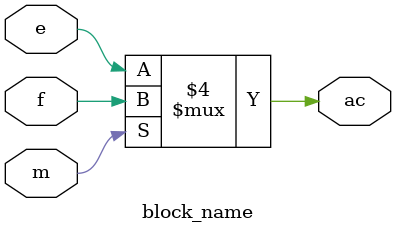
<source format=v>



// Generated by Quartus Prime Version 18.1 (Build Build 625 09/12/2018)
// Created on Tue Jun 09 14:31:11 2020

//  Module Declaration
module block_name
(
// {{ALTERA_ARGS_BEGIN}} DO NOT REMOVE THIS LINE!
e, f, m, ac
// {{ALTERA_ARGS_END}} DO NOT REMOVE THIS LINE!
);
// Port Declaration

// {{ALTERA_IO_BEGIN}} DO NOT REMOVE THIS LINE!
input e;
input f;
input m;
output ac;
// {{ALTERA_IO_END}} DO NOT REMOVE THIS LINE!

always@(e or f or m)
begin
if(m==1)
	ac = f;
else
	ac = e;
end
endmodule

</source>
